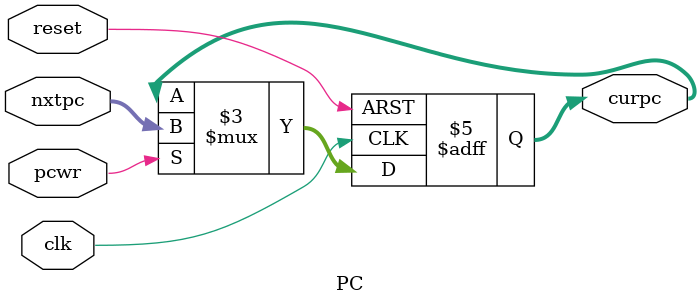
<source format=v>
module PC(clk, reset, nxtpc, curpc, pcwr);
	  input clk, reset, pcwr;
	  input [31:0]nxtpc;
	  output reg[31:0]curpc;
	  always @ (posedge clk, posedge reset)
	  begin
		 if (reset) curpc = 32'h0000_3000;
		 else if (pcwr) curpc = nxtpc;
	  end
endmodule 

</source>
